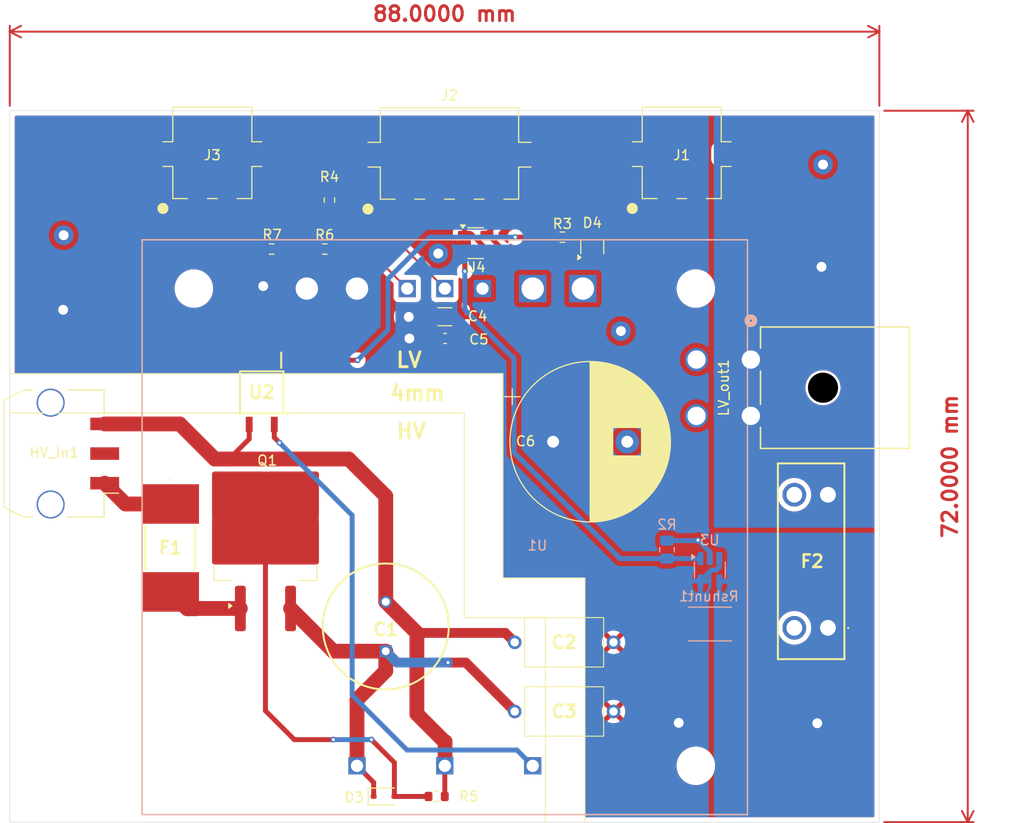
<source format=kicad_pcb>
(kicad_pcb
	(version 20240108)
	(generator "pcbnew")
	(generator_version "8.0")
	(general
		(thickness 1.6)
		(legacy_teardrops no)
	)
	(paper "A4")
	(layers
		(0 "F.Cu" power)
		(1 "In1.Cu" power "GND")
		(2 "In2.Cu" power "PWR")
		(31 "B.Cu" power)
		(32 "B.Adhes" user "B.Adhesive")
		(33 "F.Adhes" user "F.Adhesive")
		(34 "B.Paste" user)
		(35 "F.Paste" user)
		(36 "B.SilkS" user "B.Silkscreen")
		(37 "F.SilkS" user "F.Silkscreen")
		(38 "B.Mask" user)
		(39 "F.Mask" user)
		(40 "Dwgs.User" user "User.Drawings")
		(41 "Cmts.User" user "User.Comments")
		(42 "Eco1.User" user "User.Eco1")
		(43 "Eco2.User" user "User.Eco2")
		(44 "Edge.Cuts" user)
		(45 "Margin" user)
		(46 "B.CrtYd" user "B.Courtyard")
		(47 "F.CrtYd" user "F.Courtyard")
		(48 "B.Fab" user)
		(49 "F.Fab" user)
		(50 "User.1" user)
		(51 "User.2" user)
		(52 "User.3" user)
		(53 "User.4" user)
		(54 "User.5" user)
		(55 "User.6" user)
		(56 "User.7" user)
		(57 "User.8" user)
		(58 "User.9" user)
	)
	(setup
		(stackup
			(layer "F.SilkS"
				(type "Top Silk Screen")
			)
			(layer "F.Paste"
				(type "Top Solder Paste")
			)
			(layer "F.Mask"
				(type "Top Solder Mask")
				(thickness 0.01)
			)
			(layer "F.Cu"
				(type "copper")
				(thickness 0.035)
			)
			(layer "dielectric 1"
				(type "prepreg")
				(thickness 0.1)
				(material "FR4")
				(epsilon_r 4.5)
				(loss_tangent 0.02)
			)
			(layer "In1.Cu"
				(type "copper")
				(thickness 0.035)
			)
			(layer "dielectric 2"
				(type "core")
				(thickness 1.24)
				(material "FR4")
				(epsilon_r 4.5)
				(loss_tangent 0.02)
			)
			(layer "In2.Cu"
				(type "copper")
				(thickness 0.035)
			)
			(layer "dielectric 3"
				(type "prepreg")
				(thickness 0.1)
				(material "FR4")
				(epsilon_r 4.5)
				(loss_tangent 0.02)
			)
			(layer "B.Cu"
				(type "copper")
				(thickness 0.035)
			)
			(layer "B.Mask"
				(type "Bottom Solder Mask")
				(thickness 0.01)
			)
			(layer "B.Paste"
				(type "Bottom Solder Paste")
			)
			(layer "B.SilkS"
				(type "Bottom Silk Screen")
			)
			(copper_finish "None")
			(dielectric_constraints no)
		)
		(pad_to_mask_clearance 0)
		(allow_soldermask_bridges_in_footprints no)
		(pcbplotparams
			(layerselection 0x00010fc_ffffffff)
			(plot_on_all_layers_selection 0x0000000_00000000)
			(disableapertmacros no)
			(usegerberextensions no)
			(usegerberattributes yes)
			(usegerberadvancedattributes yes)
			(creategerberjobfile yes)
			(dashed_line_dash_ratio 12.000000)
			(dashed_line_gap_ratio 3.000000)
			(svgprecision 4)
			(plotframeref no)
			(viasonmask no)
			(mode 1)
			(useauxorigin no)
			(hpglpennumber 1)
			(hpglpenspeed 20)
			(hpglpendiameter 15.000000)
			(pdf_front_fp_property_popups yes)
			(pdf_back_fp_property_popups yes)
			(dxfpolygonmode yes)
			(dxfimperialunits yes)
			(dxfusepcbnewfont yes)
			(psnegative no)
			(psa4output no)
			(plotreference yes)
			(plotvalue yes)
			(plotfptext yes)
			(plotinvisibletext no)
			(sketchpadsonfab no)
			(subtractmaskfromsilk no)
			(outputformat 1)
			(mirror no)
			(drillshape 1)
			(scaleselection 1)
			(outputdirectory "")
		)
	)
	(net 0 "")
	(net 1 "/HV-")
	(net 2 "Net-(U1-+S)")
	(net 3 "GND")
	(net 4 "Net-(D4-Pad3)")
	(net 5 "/HV+")
	(net 6 "/LV_Cmeasure")
	(net 7 "Net-(R3-Pad2)")
	(net 8 "+3V3")
	(net 9 "/LV+")
	(net 10 "unconnected-(HV_in1-iso_space-Pad2)")
	(net 11 "/3V_buttoncell")
	(net 12 "/TEMP_TSDCDC")
	(net 13 "Net-(LV_out1-Pin_1)")
	(net 14 "Net-(U1-CNT)")
	(net 15 "Net-(D3-K)")
	(net 16 "Net-(Q1-D)")
	(net 17 "/G")
	(net 18 "Net-(U4-+)")
	(net 19 "Net-(U1-TRM)")
	(net 20 "Net-(U3--)")
	(footprint "Resistor_SMD:R_0603_1608Metric" (layer "F.Cu") (at 172.925 62.3 180))
	(footprint "footprints:VY1471M29Y5UC63V0" (layer "F.Cu") (at 178.1 110.3 180))
	(footprint "FaSTTUBe_connectors:Micro_Mate-N-Lok_2p_horizontal" (layer "F.Cu") (at 185 53.8925 180))
	(footprint "Resistor_SMD:R_0603_1608Metric" (layer "F.Cu") (at 143.5 63.5 180))
	(footprint "footprints:CAPPRD500W60D1275H2200" (layer "F.Cu") (at 155.05 104.2 90))
	(footprint "Capacitor_SMD:C_1206_3216Metric" (layer "F.Cu") (at 161.025 70.35))
	(footprint "footprints:VY1471M29Y5UC63V0" (layer "F.Cu") (at 168.1 103.3))
	(footprint "Capacitor_SMD:C_0603_1608Metric" (layer "F.Cu") (at 161.05 72.55))
	(footprint "Diode_SMD:D_SOD-323" (layer "F.Cu") (at 154.875 118.9))
	(footprint "Capacitor_THT:CP_Radial_D16.0mm_P7.50mm" (layer "F.Cu") (at 171.987246 83))
	(footprint "Resistor_SMD:R_0603_1608Metric" (layer "F.Cu") (at 149.35 58.55 -90))
	(footprint "FaSTTUBe_connectors:Micro_Mate-N-Lok_2p_horizontal" (layer "F.Cu") (at 137.5 53.8925 180))
	(footprint "footprints:0ACG5000TE" (layer "F.Cu") (at 133.25 93.75 -90))
	(footprint "Package_TO_SOT_SMD:SOT-323_SC-70" (layer "F.Cu") (at 175.95 63.3 90))
	(footprint "Connector_Molex:Molex_Micro-Fit_3.0_43650-0310_1x03-1MP_P3.00mm_Horizontal_PnP" (layer "F.Cu") (at 121.485 84.2 90))
	(footprint "Resistor_SMD:R_0603_1608Metric" (layer "F.Cu") (at 160.2 118.9))
	(footprint "footprints:SOP254P700X210-4N" (layer "F.Cu") (at 142.5 78 -90))
	(footprint "Resistor_SMD:R_0603_1608Metric" (layer "F.Cu") (at 148.875 63.5))
	(footprint "Package_TO_SOT_SMD:TO-263-2" (layer "F.Cu") (at 142.875 92.225 90))
	(footprint "FaSTTUBe_connectors:Micro_Mate-N-Lok_4p_horizontal" (layer "F.Cu") (at 161.5 53.95 180))
	(footprint "footprints:01000066Z" (layer "F.Cu") (at 199.8 101.835 90))
	(footprint "Package_TO_SOT_SMD:SOT-23-5" (layer "F.Cu") (at 164.15 62.9))
	(footprint "footprints:CONN_SD-76825-0100_04_MOL" (layer "F.Cu") (at 192 74.683398 90))
	(footprint "footprints:PH300A_thru_PH600A_TDK" (layer "B.Cu") (at 169.92 115.8 90))
	(footprint "Resistor_SMD:R_0805_2012Metric" (layer "B.Cu") (at 183.51 93.92 90))
	(footprint "Package_TO_SOT_SMD:SOT-23-5" (layer "B.Cu") (at 187.85 95.9625 -90))
	(footprint "Resistor_SMD:R_2512_6332Metric" (layer "B.Cu") (at 187.88 101.45))
	(gr_line
		(start 163 80.1)
		(end 160.6 80.1)
		(stroke
			(width 0.1)
			(type default)
		)
		(layer "F.SilkS")
		(uuid "05857bcf-3526-4439-8327-564dc0c17d12")
	)
	(gr_line
		(start 166.9 76.1)
		(end 166.9 96.8)
		(stroke
			(width 0.1)
			(type default)
		)
		(layer "F.SilkS")
		(uuid "1fc52173-9aef-4f0f-ad22-083e3c6453ab")
	)
	(gr_line
		(start 171.2 121.45)
		(end 171.2 100.8)
		(stroke
			(width 0.1)
			(type default)
		)
		(layer "F.SilkS")
		(uuid "223c9ad0-6b08-4dc9-9bd2-2aef657c0bd8")
	)
	(gr_line
		(start 175.2 96.8)
		(end 175.2 121.45)
		(stroke
			(width 0.1)
			(type default)
		)
		(layer "F.SilkS")
		(uuid "22e68673-1eae-4349-9184-b39adaed9e80")
	)
	(gr_line
		(start 139.9 76.1)
		(end 117.05 76.1)
		(stroke
			(width 0.1)
			(type default)
		)
		(layer "F.SilkS")
		(uuid "24b265e0-8a3a-4238-bf39-c5d30c1f2a57")
	)
	(gr_line
		(start 166.95 96.8)
		(end 175.2 96.8)
		(stroke
			(width 0.1)
			(type default)
		)
		(layer "F.SilkS")
		(uuid "2d587eec-40d4-4329-8498-85a293c83152")
	)
	(gr_line
		(start 171.2 100.8)
		(end 163 100.8)
		(stroke
			(width 0.1)
			(type default)
		)
		(layer "F.SilkS")
		(uuid "39d73d19-323e-4ac8-94ee-ca381bf0a5ad")
	)
	(gr_line
		(start 166.9 76.1)
		(end 139.9 76.1)
		(stroke
			(width 0.1)
			(type default)
		)
		(layer "F.SilkS")
		(uuid "5c065674-b202-4c98-b5e2-81a09ca3d156")
	)
	(gr_line
		(start 163 100.8)
		(end 163 80.1)
		(stroke
			(width 0.1)
			(type default)
		)
		(layer "F.SilkS")
		(uuid "6a38399c-3e6a-4b37-aef4-e8cfd433f35e")
	)
	(gr_line
		(start 145 80.3)
		(end 145.2 80.3)
		(stroke
			(width 0.1)
			(type default)
		)
		(layer "F.SilkS")
		(uuid "8b8ddfbe-4d59-4e2e-becd-77af30fe5192")
	)
	(gr_line
		(start 117.05 80.1)
		(end 160.6 80.1)
		(stroke
			(width 0.1)
			(type default)
		)
		(layer "F.SilkS")
		(uuid "e2d7ce23-d480-48b6-b80d-4b38e336a166")
	)
	(gr_rect
		(start 117 49.5)
		(end 205 121.5)
		(stroke
			(width 0.05)
			(type default)
		)
		(fill none)
		(layer "Edge.Cuts")
		(uuid "ba0c01ec-98e4-49fb-b685-d01f1057929d")
	)
	(gr_text "HV"
		(at 156 82.8 0)
		(layer "F.SilkS")
		(uuid "61e49655-271c-4553-b59c-bb35f1be5a70")
		(effects
			(font
				(size 1.5 1.5)
				(thickness 0.3)
				(bold yes)
			)
			(justify left bottom)
		)
	)
	(gr_text "4mm"
		(at 155.35 78.95 0)
		(layer "F.SilkS")
		(uuid "7d4135bb-cb31-446a-81fe-db7eedee220b")
		(effects
			(font
				(size 1.5 1.5)
				(thickness 0.3)
				(bold yes)
			)
			(justify left bottom)
		)
	)
	(gr_text "LV"
		(at 155.95 75.6 0)
		(layer "F.SilkS")
		(uuid "a686acd8-bf27-49ab-a9d1-20defc3b7a1f")
		(effects
			(font
				(size 1.5 1.5)
				(thickness 0.3)
				(bold yes)
			)
			(justify left bottom)
		)
	)
	(dimension
		(type aligned)
		(layer "F.Cu")
		(uuid "35f98234-51a8-4a29-9ed9-96e73fc1b319")
		(pts
			(xy 205 49.5) (xy 205 121.5)
		)
		(height -8.95)
		(gr_text "72,0000 mm"
			(at 212.15 85.5 90)
			(layer "F.Cu")
			(uuid "35f98234-51a8-4a29-9ed9-96e73fc1b319")
			(effects
				(font
					(size 1.5 1.5)
					(thickness 0.3)
				)
			)
		)
		(format
			(prefix "")
			(suffix "")
			(units 3)
			(units_format 1)
			(precision 4)
		)
		(style
			(thickness 0.2)
			(arrow_length 1.27)
			(text_position_mode 0)
			(extension_height 0.58642)
			(extension_offset 0.5) keep_text_aligned)
	)
	(dimension
		(type aligned)
		(layer "F.Cu")
		(uuid "6886468b-1ad6-4102-8a57-2ead863faf01")
		(pts
			(xy 117 49.5) (xy 205 49.5)
		)
		(height -8)
		(gr_text "88,0000 mm"
			(at 161 39.7 0)
			(layer "F.Cu")
			(uuid "6886468b-1ad6-4102-8a57-2ead863faf01")
			(effects
				(font
					(size 1.5 1.5)
					(thickness 0.3)
				)
			)
		)
		(format
			(prefix "")
			(suffix "")
			(units 3)
			(units_format 1)
			(precision 4)
		)
		(style
			(thickness 0.2)
			(arrow_length 1.27)
			(text_position_mode 0)
			(extension_height 0.58642)
			(extension_offset 0.5) keep_text_aligned)
	)
	(segment
		(start 161.025 118.9)
		(end 161.025 115.805)
		(width 0.5)
		(layer "F.Cu")
		(net 1)
		(uuid "0aabee33-4019-40fe-b3b7-db0eba1bcb2c")
	)
	(segment
		(start 158.2 102.35)
		(end 158.2 110.55)
		(width 1.5)
		(layer "F.Cu")
		(net 1)
		(uuid "33ce06df-4dda-4943-b962-e21d0cec003c")
	)
	(segment
		(start 168.1 103.3)
		(end 167.15 102.35)
		(width 1)
		(layer "F.Cu")
		(net 1)
		(uuid "3e58a281-c5aa-483b-b46a-ca4b1d45e61e")
	)
	(segment
		(start 139.2 84.75)
		(end 151.3 84.75)
		(width 1.5)
		(layer "F.Cu")
		(net 1)
		(uuid "422f6dc2-db0d-4758-b45d-250516ee6438")
	)
	(segment
		(start 155.05 88.5)
		(end 155.05 99.2)
		(width 1.5)
		(layer "F.Cu")
		(net 1)
		(uuid "502fedf8-1b4c-4f60-ac03-67c27e178373")
	)
	(segment
		(start 134.2 81.2)
		(end 137.75 84.75)
		(width 1.5)
		(layer "F.Cu")
		(net 1)
		(uuid "5279ad07-eff4-48b8-9efc-2c8982fa382a")
	)
	(segment
		(start 161.05 115.78)
		(end 161.03 115.8)
		(width 1.5)
		(layer "F.Cu")
		(net 1)
		(uuid "550ad2a7-3c15-43a2-b9d1-e16ffbfbf5a1")
	)
	(segment
		(start 158.2 110.55)
		(end 161 113.35)
		(width 1.5)
		(layer "F.Cu")
		(net 1)
		(uuid "682b7b16-ff6e-49c7-a243-0b05f8d9a902")
	)
	(segment
		(start 151.3 84.75)
		(end 155.05 88.5)
		(width 1.5)
		(layer "F.Cu")
		(net 1)
		(uuid "7044a41f-3706-4206-b4b3-0602a4bb8325")
	)
	(segment
		(start 137.75 84.75)
		(end 139.2 84.75)
		(width 1.5)
		(layer "F.Cu")
		(net 1)
		(uuid "71f87529-5264-4b61-be58-8ba501a9b153")
	)
	(segment
		(start 141.23 81.25)
		(end 141.23 82.72)
		(width 0.5)
		(layer "F.Cu")
		(net 1)
		(uuid "76a40ef0-75a9-402f-9525-c1371757b91a")
	)
	(segment
		(start 161.05 113.35)
		(end 161.05 115.78)
		(width 1.5)
		(layer "F.Cu")
		(net 1)
		(uuid "7b97c934-0ecd-464c-8e34-e955280c9032")
	)
	(segment
		(start 161.025 115.805)
		(end 161.03 115.8)
		(width 0.5)
		(layer "F.Cu")
		(net 1)
		(uuid "cb42331e-1da5-4aea-b303-c3171f789aa2")
	)
	(segment
		(start 167.15 102.35)
		(end 158.2 102.35)
		(width 1)
		(layer "F.Cu")
		(net 1)
		(uuid "dbf99225-b9bf-4122-a19d-b5a58c81284c")
	)
	(segment
		(start 126.605 81.2)
		(end 134.2 81.2)
		(width 1.5)
		(layer "F.Cu")
		(net 1)
		(uuid "dc3e883d-c315-491f-a36b-8df841c05bc2")
	)
	(segment
		(start 141.23 82.72)
		(end 139.2 84.75)
		(width 0.5)
		(layer "F.Cu")
		(net 1)
		(uuid "ec8b2827-3b42-4da7-a8fd-9cf4825bbf4f")
	)
	(segment
		(start 155.05 99.2)
		(end 158.2 102.35)
		(width 1.5)
		(layer "F.Cu")
		(net 1)
		(uuid "ecc1146e-8f35-465c-933d-8c6b6be7cde4")
	)
	(segment
		(start 161 113.35)
		(end 161.05 113.35)
		(width 1.5)
		(layer "F.Cu")
		(net 1)
		(uuid "fee6cfd8-775d-49ff-b9ae-f97b7ace18a1")
	)
	(segment
		(start 146.85 64.5)
		(end 154.22 64.5)
		(width 0.2)
		(layer "F.Cu")
		(net 2)
		(uuid "5380defd-f32f-462a-949f-683cb6c2bc08")
	)
	(segment
		(start 145.85 63.5)
		(end 146.85 64.5)
		(width 0.2)
		(layer "F.Cu")
		(net 2)
		(uuid "9695a7c2-6593-4ab1-86a3-183e0b0516cb")
	)
	(segment
		(start 144.325 63.5)
		(end 145.85 63.5)
		(width 0.2)
		(layer "F.Cu")
		(net 2)
		(uuid "f85aba62-23c1-4c6d-b916-65f52e925c75")
	)
	(segment
		(start 154.22 64.5)
		(end 157.22 67.5)
		(width 0.2)
		(layer "F.Cu")
		(net 2)
		(uuid "fdc47b73-65c4-4357-992b-2408792cf26e")
	)
	(segment
		(start 157.2 67.5)
		(end 157.22 67.5)
		(width 0.2)
		(layer "F.Cu")
		(net 2)
		(uuid "ffecd4e3-39b2-4d09-b5a6-4e4748690924")
	)
	(segment
		(start 161.41 62.9)
		(end 163.0125 62.9)
		(width 0.5)
		(layer "F.Cu")
		(net 3)
		(uuid "1d5d0710-5b9a-4a64-8c08-68dc423087fa")
	)
	(segment
		(start 160.36 63.95)
		(end 161.41 62.9)
		(width 0.5)
		(layer "F.Cu")
		(net 3)
		(uuid "6e763b2e-fff3-48f3-a168-c0477a1bc031")
	)
	(segment
		(start 170 67.5)
		(end 169.92 67.5)
		(width 2)
		(layer "F.Cu")
		(net 3)
		(uuid "7062b858-28ec-4ec9-9915-e9c05584335a")
	)
	(segment
		(start 141.25 74.73)
		(end 141.23 74.75)
		(width 0.5)
		(layer "F.Cu")
		(net 3)
		(uuid "c2174060-bb0d-4be1-aa6b-681183d18e3a")
	)
	(segment
		(start 168.85 67.5)
		(end 169.92 67.5)
		(width 0.5)
		(layer "F.Cu")
		(net 3)
		(uuid "e95e4289-6944-401c-9bec-46a47882989a")
	)
	(via
		(at 122.45 62.1)
		(size 2)
		(drill 1)
		(layers "F.Cu" "B.Cu")
		(free yes)
		(net 3)
		(uuid "04859b7a-38c2-4ba0-bfa2-49c50892784d")
	)
	(via
		(at 178.85 71.8)
		(size 2)
		(drill 1)
		(layers "F.Cu" "B.Cu")
		(free yes)
		(net 3)
		(uuid "27ddc0e9-b92e-4e1a-9799-45c3bb152446")
	)
	(via
		(at 199.3 54.95)
		(size 2)
		(drill 1)
		(layers "F.Cu" "B.Cu")
		(free yes)
		(net 3)
		(uuid "4c8f885a-30e1-495d-b8be-e08a8e7dd53e")
	)
	(via
		(at 160.36 63.95)
		(size 2)
		(drill 1)
		(layers "F.Cu" "B.Cu")
		(free yes)
		(net 3)
		(uuid "7d30e77f-0e5b-41e9-b48c-1afc6300b1bc")
	)
	(via
		(at 186.65 92.96)
		(size 0.6)
		(drill 0.3)
		(layers "F.Cu" "B.Cu")
		(free yes)
		(net 3)
		(uuid "c01f1ae4-12da-4ab7-923d-a5c55b42895f")
	)
	(segment
		(start 186.65 92.96)
		(end 187.85 94.1
... [231108 chars truncated]
</source>
